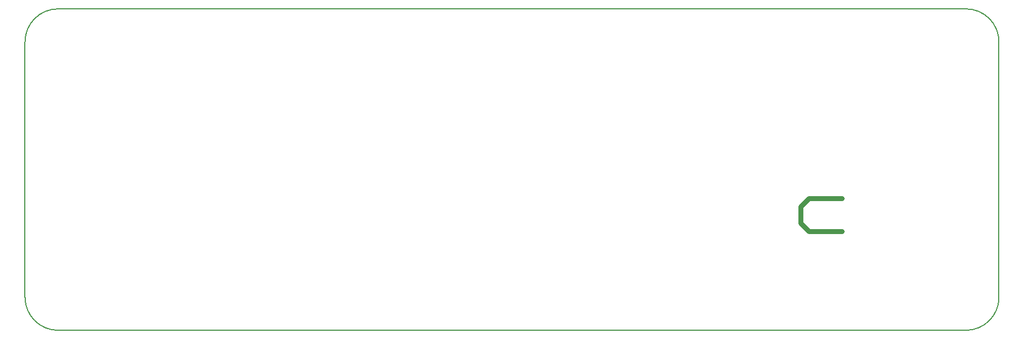
<source format=gbr>
G04 #@! TF.FileFunction,Profile,NP*
%FSLAX46Y46*%
G04 Gerber Fmt 4.6, Leading zero omitted, Abs format (unit mm)*
G04 Created by KiCad (PCBNEW 4.0.6) date Friday 09 June 2017 00:17:03*
%MOMM*%
%LPD*%
G01*
G04 APERTURE LIST*
%ADD10C,0.100000*%
%ADD11C,0.800000*%
%ADD12C,0.200000*%
G04 APERTURE END LIST*
D10*
D11*
X190500000Y-110490000D02*
X195580000Y-110490000D01*
X189230000Y-109220000D02*
X190500000Y-110490000D01*
X189230000Y-106680000D02*
X189230000Y-109220000D01*
X190500000Y-105410000D02*
X189230000Y-106680000D01*
X195580000Y-105410000D02*
X190500000Y-105410000D01*
D12*
X74930000Y-76200000D02*
X214630000Y-76200000D01*
X69850000Y-120650000D02*
X69850000Y-81280000D01*
X214630000Y-125730000D02*
X74930000Y-125730000D01*
X219710000Y-120650000D02*
X219710000Y-81280000D01*
X69850000Y-120650000D02*
G75*
G03X74930000Y-125730000I5080000J0D01*
G01*
X74930000Y-76200000D02*
G75*
G03X69850000Y-81280000I0J-5080000D01*
G01*
X219710000Y-81280000D02*
G75*
G03X214630000Y-76200000I-5080000J0D01*
G01*
X214630000Y-125730000D02*
G75*
G03X219710000Y-120650000I0J5080000D01*
G01*
M02*

</source>
